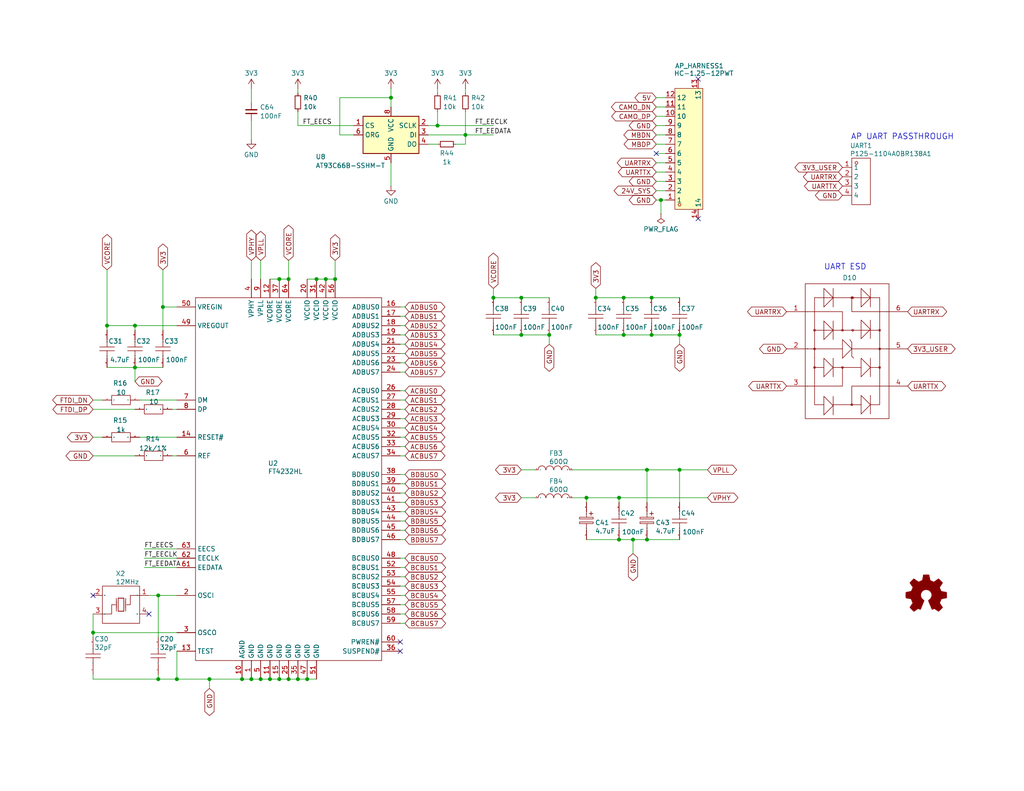
<source format=kicad_sch>
(kicad_sch (version 20231120) (generator "eeschema") (generator_version "8.0")
  (paper "USLetter")
  (title_block (title "X1Plus Expansion Board: X1P-002") (rev "X1P-002-B01"))
  (lib_symbols
    (symbol "4.7uF_1"
      (property "Reference" "C?" (at 0 0 0))
      (symbol "4.7uF_1_1_0"
        (pin unspecified line (at -5.08 0 0) (length 2.54) (name "1") (number "1"))
        (pin unspecified line (at 5.08 0 180) (length 2.54) (name "2") (number "2"))
      )
    )
    (symbol "4.7uF_2"
      (property "Reference" "C?" (at 0 0 0))
      (symbol "4.7uF_2_1_0"
        (pin unspecified line (at -5.08 0 0) (length 2.54) (name "1") (number "1"))
        (pin unspecified line (at 5.08 0 180) (length 2.54) (name "2") (number "2"))
      )
    )
    (symbol "Device:C_Small" (pin_numbers hide) (pin_names (offset 0.254) hide)
      (property "Reference" "C" (at 0.254 1.778 0))
      (property "Value" "C_Small" (at 0.254 -2.032 0))
      (symbol "C_Small_1_1"
        (pin passive line (at 0 2.54 270) (length 2.032) (name "~") (number "1"))
        (pin passive line (at 0 -2.54 90) (length 2.032) (name "~") (number "2"))
      )
    )
    (symbol "Device:R_Small" (pin_numbers hide) (pin_names (offset 0.254) hide)
      (property "Reference" "R" (at 0.762 0.508 0))
      (property "Value" "R_Small" (at 0.762 -1.016 0))
      (symbol "R_Small_1_1"
        (pin passive line (at 0 2.54 270) (length 0.762) (name "~") (number "1"))
        (pin passive line (at 0 -2.54 90) (length 0.762) (name "~") (number "2"))
      )
    )
    (symbol "Graphic:Logo_Open_Hardware_Small" (in_bom no) (on_board no))
    (symbol "Memory_EEPROM:93CxxA"
      (property "Reference" "U5" (at 2.1941 9.2245 0))
      (property "Value" "M93C86-WMN6TP" (at 2.1941 6.8002 0))
      (symbol "93CxxA_1_1"
        (pin input line (at -10.16 2.54 0) (length 2.54) (name "CS") (number "1"))
        (pin input line (at 10.16 2.54 180) (length 2.54) (name "SCLK") (number "2"))
        (pin input line (at 10.16 0 180) (length 2.54) (name "DI") (number "3"))
        (pin tri_state line (at 10.16 -2.54 180) (length 2.54) (name "DO") (number "4"))
        (pin power_in line (at 0 -7.62 90) (length 2.54) (name "GND") (number "5"))
        (pin input line (at -10.16 0 0) (length 2.54) (name "ORG") (number "6"))
        (pin no_connect line (at -7.62 -2.54 0) (length 2.54) hide (name "NC") (number "7"))
        (pin power_in line (at 0 7.62 270) (length 2.54) (name "VCC") (number "8"))
      )
    )
    (symbol "power:+24V" (power) (pin_numbers hide) (pin_names (offset 0) hide)
      (property "Value" "+24V" (at 0 3.556 0))
      (symbol "+24V_1_1"
        (pin power_in line (at 0 0 90) (length 0) (name "~") (number "1"))
      )
    )
    (symbol "power:GND" (power) (pin_numbers hide) (pin_names (offset 0) hide)
      (property "Value" "GND" (at 0 -3.81 0))
      (symbol "GND_1_1"
        (pin power_in line (at 0 0 270) (length 0) (name "~") (number "1"))
      )
    )
    (symbol "power:PWR_FLAG" (power) (pin_numbers hide) (pin_names (offset 0) hide)
      (property "Value" "PWR_FLAG" (at 0 3.81 0))
      (symbol "PWR_FLAG_0_0"
        (pin power_out line (at 0 0 90) (length 0) (name "~") (number "1"))
      )
    )
    (symbol "x1-expander:10"
      (property "Reference" "R?" (at 0 0 0))
      (symbol "10_1_0"
        (pin unspecified line (at -5.08 0 0) (length 2.54) (name "1") (number "1"))
        (pin unspecified line (at 5.08 0 180) (length 2.54) (name "2") (number "2"))
      )
    )
    (symbol "x1-expander:100nF"
      (property "Reference" "C?" (at 0 0 0))
      (symbol "100nF_1_0"
        (pin unspecified line (at -5.08 0 0) (length 2.54) (name "1") (number "1"))
        (pin unspecified line (at 5.08 0 180) (length 2.54) (name "2") (number "2"))
      )
    )
    (symbol "x1-expander:12MHz"
      (property "Reference" "X?" (at 0 0 0))
      (symbol "12MHz_1_0"
        (pin unspecified line (at -7.62 -2.54 0) (length 2.54) (name "OSC1") (number "1"))
        (pin unspecified line (at 7.62 -2.54 180) (length 2.54) (name "GND") (number "2"))
        (pin unspecified line (at 7.62 2.54 180) (length 2.54) (name "OSC2") (number "3"))
        (pin unspecified line (at -7.62 2.54 0) (length 2.54) (name "GND") (number "4"))
      )
    )
    (symbol "x1-expander:12k/1%"
      (property "Reference" "R?" (at 0 0 0))
      (symbol "12k/1%_1_0"
        (pin unspecified line (at -5.08 0 0) (length 2.54) (name "1") (number "1"))
        (pin unspecified line (at 5.08 0 180) (length 2.54) (name "2") (number "2"))
      )
    )
    (symbol "x1-expander:1k"
      (property "Reference" "R?" (at 0 0 0))
      (symbol "1k_1_0"
        (pin unspecified line (at -5.08 0 0) (length 2.54) (name "1") (number "1"))
        (pin unspecified line (at 5.08 0 180) (length 2.54) (name "2") (number "2"))
      )
    )
    (symbol "x1-expander:30pF"
      (property "Reference" "C?" (at 0 0 0))
      (symbol "30pF_1_0"
        (pin unspecified line (at -5.08 0 0) (length 2.54) (name "1") (number "1"))
        (pin unspecified line (at 5.08 0 180) (length 2.54) (name "2") (number "2"))
      )
    )
    (symbol "x1-expander:4.7uF"
      (property "Reference" "C?" (at 0 0 0))
      (symbol "4.7uF_1_0"
        (pin unspecified line (at -5.08 0 0) (length 2.54) (name "1") (number "1"))
        (pin unspecified line (at 5.08 0 180) (length 2.54) (name "2") (number "2"))
      )
    )
    (symbol "x1-expander:600Ω"
      (property "Reference" "FB?" (at 0 0 0))
      (symbol "600Ω_1_0"
        (pin unspecified line (at -5.08 0 0) (length 0.762) (name "1") (number "1"))
        (pin unspecified line (at 5.08 0 180) (length 0.762) (name "2") (number "2"))
      )
    )
    (symbol "x1-expander:FT2232HL"
      (property "Reference" "U?" (at 0 0 0))
      (symbol "FT2232HL_1_0"
        (pin unspecified line (at -10.16 -54.61 90) (length 5.08) (name "GND") (number "1"))
        (pin unspecified line (at -12.7 -54.61 90) (length 5.08) (name "AGND") (number "10"))
        (pin unspecified line (at -5.08 -54.61 90) (length 5.08) (name "GND") (number "11"))
        (pin unspecified line (at -5.08 54.61 270) (length 5.08) (name "VCORE") (number "12"))
        (pin unspecified line (at -30.48 -46.99 0) (length 5.08) (name "TEST") (number "13"))
        (pin unspecified line (at -30.48 11.43 0) (length 5.08) (name "RESET#") (number "14"))
        (pin unspecified line (at -2.54 -54.61 90) (length 5.08) (name "GND") (number "15"))
        (pin bidirectional line (at 30.48 46.99 180) (length 5.08) (name "ADBUS0") (number "16"))
        (pin bidirectional line (at 30.48 44.45 180) (length 5.08) (name "ADBUS1") (number "17"))
        (pin bidirectional line (at 30.48 41.91 180) (length 5.08) (name "ADBUS2") (number "18"))
        (pin bidirectional line (at 30.48 39.37 180) (length 5.08) (name "ADBUS3") (number "19"))
        (pin unspecified line (at -30.48 -31.75 0) (length 5.08) (name "OSCI") (number "2"))
        (pin unspecified line (at 5.08 54.61 270) (length 5.08) (name "VCCIO") (number "20"))
        (pin bidirectional line (at 30.48 36.83 180) (length 5.08) (name "ADBUS4") (number "21"))
        (pin bidirectional line (at 30.48 34.29 180) (length 5.08) (name "ADBUS5") (number "22"))
        (pin bidirectional line (at 30.48 31.75 180) (length 5.08) (name "ADBUS6") (number "23"))
        (pin bidirectional line (at 30.48 29.21 180) (length 5.08) (name "ADBUS7") (number "24"))
        (pin unspecified line (at 0 -54.61 90) (length 5.08) (name "GND") (number "25"))
        (pin bidirectional line (at 30.48 24.13 180) (length 5.08) (name "ACBUS0") (number "26"))
        (pin bidirectional line (at 30.48 21.59 180) (length 5.08) (name "ACBUS1") (number "27"))
        (pin bidirectional line (at 30.48 19.05 180) (length 5.08) (name "ACBUS2") (number "28"))
        (pin bidirectional line (at 30.48 16.51 180) (length 5.08) (name "ACBUS3") (number "29"))
        (pin output line (at -30.48 -41.91 0) (length 5.08) (name "OSCO") (number "3"))
        (pin bidirectional line (at 30.48 13.97 180) (length 5.08) (name "ACBUS4") (number "30"))
        (pin unspecified line (at 7.62 54.61 270) (length 5.08) (name "VCCIO") (number "31"))
        (pin bidirectional line (at 30.48 11.43 180) (length 5.08) (name "ACBUS5") (number "32"))
        (pin bidirectional line (at 30.48 8.89 180) (length 5.08) (name "ACBUS6") (number "33"))
        (pin bidirectional line (at 30.48 6.35 180) (length 5.08) (name "ACBUS7") (number "34"))
        (pin unspecified line (at 2.54 -54.61 90) (length 5.08) (name "GND") (number "35"))
        (pin output line (at 30.48 -46.99 180) (length 5.08) (name "SUSPEND#") (number "36"))
        (pin unspecified line (at -2.54 54.61 270) (length 5.08) (name "VCORE") (number "37"))
        (pin bidirectional line (at 30.48 1.27 180) (length 5.08) (name "BDBUS0") (number "38"))
        (pin bidirectional line (at 30.48 -1.27 180) (length 5.08) (name "BDBUS1") (number "39"))
        (pin unspecified line (at -10.16 54.61 270) (length 5.08) (name "VPHY") (number "4"))
        (pin bidirectional line (at 30.48 -3.81 180) (length 5.08) (name "BDBUS2") (number "40"))
        (pin bidirectional line (at 30.48 -6.35 180) (length 5.08) (name "BDBUS3") (number "41"))
        (pin unspecified line (at 10.16 54.61 270) (length 5.08) (name "VCCIO") (number "42"))
        (pin bidirectional line (at 30.48 -8.89 180) (length 5.08) (name "BDBUS4") (number "43"))
        (pin bidirectional line (at 30.48 -11.43 180) (length 5.08) (name "BDBUS5") (number "44"))
        (pin bidirectional line (at 30.48 -13.97 180) (length 5.08) (name "BDBUS6") (number "45"))
        (pin bidirectional line (at 30.48 -16.51 180) (length 5.08) (name "BDBUS7") (number "46"))
        (pin unspecified line (at 5.08 -54.61 90) (length 5.08) (name "GND") (number "47"))
        (pin bidirectional line (at 30.48 -21.59 180) (length 5.08) (name "BCBUS0") (number "48"))
        (pin unspecified line (at -30.48 41.91 0) (length 5.08) (name "VREGOUT") (number "49"))
        (pin unspecified line (at -7.62 -54.61 90) (length 5.08) (name "GND") (number "5"))
        (pin unspecified line (at -30.48 46.99 0) (length 5.08) (name "VREGIN") (number "50"))
        (pin unspecified line (at 7.62 -54.61 90) (length 5.08) (name "GND") (number "51"))
        (pin bidirectional line (at 30.48 -24.13 180) (length 5.08) (name "BCBUS1") (number "52"))
        (pin bidirectional line (at 30.48 -26.67 180) (length 5.08) (name "BCBUS2") (number "53"))
        (pin bidirectional line (at 30.48 -29.21 180) (length 5.08) (name "BCBUS3") (number "54"))
        (pin bidirectional line (at 30.48 -31.75 180) (length 5.08) (name "BCBUS4") (number "55"))
        (pin unspecified line (at 12.7 54.61 270) (length 5.08) (name "VCCIO") (number "56"))
        (pin bidirectional line (at 30.48 -34.29 180) (length 5.08) (name "BCBUS5") (number "57"))
        (pin bidirectional line (at 30.48 -36.83 180) (length 5.08) (name "BCBUS6") (number "58"))
        (pin bidirectional line (at 30.48 -39.37 180) (length 5.08) (name "BCBUS7") (number "59"))
        (pin unspecified line (at -30.48 6.35 0) (length 5.08) (name "REF") (number "6"))
        (pin output line (at 30.48 -44.45 180) (length 5.08) (name "PWREN#") (number "60"))
        (pin bidirectional line (at -30.48 -24.13 0) (length 5.08) (name "EEDATA") (number "61"))
        (pin output line (at -30.48 -21.59 0) (length 5.08) (name "EECLK") (number "62"))
        (pin bidirectional line (at -30.48 -19.05 0) (length 5.08) (name "EECS") (number "63"))
        (pin unspecified line (at 0 54.61 270) (length 5.08) (name "VCORE") (number "64"))
        (pin unspecified line (at -30.48 21.59 0) (length 5.08) (name "DM") (number "7"))
        (pin unspecified line (at -30.48 19.05 0) (length 5.08) (name "DP") (number "8"))
        (pin unspecified line (at -7.62 54.61 270) (length 5.08) (name "VPLL") (number "9"))
      )
    )
    (symbol "x1-expander:HC-1.25-12PWT"
      (property "Reference" "CN" (at 0 24.13 0))
      (property "Value" "HC-1.25-12PWT" (at 0 -24.13 0))
      (symbol "HC-1.25-12PWT_0_1"
        (pin unspecified line (at -5.08 13.97 0) (length 2.54) (name "1") (number "1"))
        (pin unspecified line (at -5.08 -8.89 0) (length 2.54) (name "10") (number "10"))
        (pin unspecified line (at -5.08 -11.43 0) (length 2.54) (name "11") (number "11"))
        (pin unspecified line (at -5.08 -13.97 0) (length 2.54) (name "12") (number "12"))
        (pin unspecified line (at 3.81 -19.05 90) (length 2.54) (name "13") (number "13"))
        (pin unspecified line (at 3.81 19.05 270) (length 2.54) (name "14") (number "14"))
        (pin unspecified line (at -5.08 11.43 0) (length 2.54) (name "2") (number "2"))
        (pin unspecified line (at -5.08 8.89 0) (length 2.54) (name "3") (number "3"))
        (pin unspecified line (at -5.08 6.35 0) (length 2.54) (name "4") (number "4"))
        (pin unspecified line (at -5.08 3.81 0) (length 2.54) (name "5") (number "5"))
        (pin unspecified line (at -5.08 1.27 0) (length 2.54) (name "6") (number "6"))
        (pin unspecified line (at -5.08 -1.27 0) (length 2.54) (name "7") (number "7"))
        (pin unspecified line (at -5.08 -3.81 0) (length 2.54) (name "8") (number "8"))
        (pin unspecified line (at -5.08 -6.35 0) (length 2.54) (name "9") (number "9"))
      )
    )
    (symbol "x1-expander:P125-1104A0BR138A1"
      (property "Reference" "UART?" (at 0 0 0))
      (symbol "P125-1104A0BR138A1_1_0"
        (pin unspecified line (at -5.08 3.81 0) (length 2.54) (name "1") (number "1"))
        (pin unspecified line (at -5.08 1.27 0) (length 2.54) (name "2") (number "2"))
        (pin unspecified line (at -5.08 -1.27 0) (length 2.54) (name "3") (number "3"))
        (pin unspecified line (at -5.08 -3.81 0) (length 2.54) (name "4") (number "4"))
      )
    )
    (symbol "x1-expander:SRV05-4.TCT_C2687126"
      (property "Reference" "D?" (at 0 0 0))
      (symbol "SRV05-4.TCT_C2687126_1_0"
        (pin input line (at -10.16 -16.51 90) (length 5.08) (name "1") (number "1"))
        (pin input line (at 0 -16.51 90) (length 5.08) (name "2") (number "2"))
        (pin input line (at 10.16 -16.51 90) (length 5.08) (name "3") (number "3"))
        (pin input line (at 10.16 16.51 270) (length 5.08) (name "4") (number "4"))
        (pin input line (at 0 16.51 270) (length 5.08) (name "5") (number "5"))
        (pin input line (at -10.16 16.51 270) (length 5.08) (name "6") (number "6"))
      )
    )
  )
  (junction (at 73.66 185.42))
  (junction (at 78.74 185.42))
  (junction (at 29.21 88.9))
  (junction (at 170.18 81.28))
  (junction (at 78.74 76.2))
  (junction (at 168.91 147.32))
  (junction (at 168.91 135.89))
  (junction (at 88.9 76.2))
  (junction (at 176.53 128.27))
  (junction (at 68.58 185.42))
  (junction (at 172.72 147.32))
  (junction (at 36.83 88.9))
  (junction (at 81.28 185.42))
  (junction (at 57.15 185.42))
  (junction (at 177.8 91.44))
  (junction (at 170.18 91.44))
  (junction (at 106.68 26.67))
  (junction (at 185.42 128.27))
  (junction (at 44.45 83.82))
  (junction (at 176.53 147.32))
  (junction (at 66.04 185.42))
  (junction (at 134.62 81.28))
  (junction (at 185.42 91.44))
  (junction (at 48.26 185.42))
  (junction (at 83.82 185.42))
  (junction (at 119.38 34.29))
  (junction (at 180.34 54.61))
  (junction (at 25.4 172.72))
  (junction (at 91.44 76.2))
  (junction (at 162.56 81.28))
  (junction (at 177.8 81.28))
  (junction (at 142.24 81.28))
  (junction (at 142.24 91.44))
  (junction (at 86.36 76.2))
  (junction (at 149.86 91.44))
  (junction (at 36.83 100.33))
  (junction (at 71.12 185.42))
  (junction (at 43.18 162.56))
  (junction (at 160.02 135.89))
  (junction (at 76.2 76.2))
  (junction (at 43.18 185.42))
  (junction (at 76.2 185.42))
  (junction (at 127 36.83))
  (no_connect (at 190.5 21.59))
  (no_connect (at 109.22 177.8))
  (no_connect (at 179.07 41.91))
  (no_connect (at 109.22 175.26))
  (no_connect (at 25.4 162.56))
  (no_connect (at 40.64 167.64))
  (no_connect (at 190.5 59.69))
  (wire (pts (xy 185.42 137.16) (xy 185.42 128.27)))
  (wire (pts (xy 185.42 93.98) (xy 185.42 91.44)))
  (wire (pts (xy 127 30.48) (xy 127 36.83)))
  (wire (pts (xy 88.9 76.2) (xy 86.36 76.2)))
  (wire (pts (xy 68.58 76.2) (xy 68.58 71.12)))
  (wire (pts (xy 110.49 154.94) (xy 109.22 154.94)))
  (wire (pts (xy 181.61 29.21) (xy 179.07 29.21)))
  (wire (pts (xy 25.4 111.76) (xy 36.83 111.76)))
  (wire (pts (xy 181.61 54.61) (xy 180.34 54.61)))
  (wire (pts (xy 25.4 167.64) (xy 25.4 172.72)))
  (wire (pts (xy 68.58 33.02) (xy 68.58 38.1)))
  (wire (pts (xy 44.45 100.33) (xy 36.83 100.33)))
  (wire (pts (xy 168.91 137.16) (xy 168.91 135.89)))
  (wire (pts (xy 81.28 30.48) (xy 81.28 34.29)))
  (wire (pts (xy 91.44 71.12) (xy 91.44 76.2)))
  (wire (pts (xy 134.62 81.28) (xy 142.24 81.28)))
  (wire (pts (xy 29.21 90.17) (xy 29.21 88.9)))
  (wire (pts (xy 110.49 134.62) (xy 109.22 134.62)))
  (wire (pts (xy 39.37 149.86) (xy 48.26 149.86)))
  (wire (pts (xy 119.38 30.48) (xy 119.38 34.29)))
  (wire (pts (xy 110.49 121.92) (xy 109.22 121.92)))
  (wire (pts (xy 149.86 91.44) (xy 142.24 91.44)))
  (wire (pts (xy 160.02 147.32) (xy 168.91 147.32)))
  (wire (pts (xy 177.8 91.44) (xy 170.18 91.44)))
  (wire (pts (xy 110.49 165.1) (xy 109.22 165.1)))
  (wire (pts (xy 180.34 54.61) (xy 180.34 58.42)))
  (wire (pts (xy 71.12 185.42) (xy 73.66 185.42)))
  (wire (pts (xy 38.1 109.22) (xy 48.26 109.22)))
  (wire (pts (xy 71.12 76.2) (xy 71.12 71.12)))
  (wire (pts (xy 168.91 147.32) (xy 172.72 147.32)))
  (wire (pts (xy 68.58 24.13) (xy 68.58 27.94)))
  (wire (pts (xy 149.86 93.98) (xy 149.86 91.44)))
  (wire (pts (xy 156.21 128.27) (xy 176.53 128.27)))
  (wire (pts (xy 124.46 39.37) (xy 127 39.37)))
  (wire (pts (xy 83.82 185.42) (xy 86.36 185.42)))
  (wire (pts (xy 81.28 185.42) (xy 83.82 185.42)))
  (wire (pts (xy 36.83 104.14) (xy 36.83 100.33)))
  (wire (pts (xy 181.61 31.75) (xy 179.07 31.75)))
  (wire (pts (xy 86.36 76.2) (xy 83.82 76.2)))
  (wire (pts (xy 106.68 44.45) (xy 106.68 50.8)))
  (wire (pts (xy 110.49 160.02) (xy 109.22 160.02)))
  (wire (pts (xy 177.8 81.28) (xy 170.18 81.28)))
  (wire (pts (xy 48.26 154.94) (xy 39.37 154.94)))
  (wire (pts (xy 127 36.83) (xy 134.62 36.83)))
  (wire (pts (xy 25.4 185.42) (xy 43.18 185.42)))
  (wire (pts (xy 96.52 34.29) (xy 81.28 34.29)))
  (wire (pts (xy 193.04 135.89) (xy 168.91 135.89)))
  (wire (pts (xy 172.72 151.13) (xy 172.72 147.32)))
  (wire (pts (xy 110.49 142.24) (xy 109.22 142.24)))
  (wire (pts (xy 116.84 36.83) (xy 127 36.83)))
  (wire (pts (xy 181.61 41.91) (xy 179.07 41.91)))
  (wire (pts (xy 68.58 185.42) (xy 71.12 185.42)))
  (wire (pts (xy 106.68 26.67) (xy 106.68 29.21)))
  (wire (pts (xy 110.49 109.22) (xy 109.22 109.22)))
  (wire (pts (xy 78.74 76.2) (xy 76.2 76.2)))
  (wire (pts (xy 25.4 124.46) (xy 36.83 124.46)))
  (wire (pts (xy 119.38 24.13) (xy 119.38 25.4)))
  (wire (pts (xy 43.18 185.42) (xy 48.26 185.42)))
  (wire (pts (xy 181.61 34.29) (xy 179.07 34.29)))
  (wire (pts (xy 110.49 93.98) (xy 109.22 93.98)))
  (wire (pts (xy 76.2 185.42) (xy 78.74 185.42)))
  (wire (pts (xy 179.07 52.07) (xy 181.61 52.07)))
  (wire (pts (xy 91.44 76.2) (xy 88.9 76.2)))
  (wire (pts (xy 181.61 26.67) (xy 179.07 26.67)))
  (wire (pts (xy 48.26 88.9) (xy 36.83 88.9)))
  (wire (pts (xy 110.49 162.56) (xy 109.22 162.56)))
  (wire (pts (xy 170.18 91.44) (xy 162.56 91.44)))
  (wire (pts (xy 48.26 162.56) (xy 43.18 162.56)))
  (wire (pts (xy 110.49 170.18) (xy 109.22 170.18)))
  (wire (pts (xy 66.04 185.42) (xy 68.58 185.42)))
  (wire (pts (xy 181.61 49.53) (xy 179.07 49.53)))
  (wire (pts (xy 110.49 137.16) (xy 109.22 137.16)))
  (wire (pts (xy 110.49 124.46) (xy 109.22 124.46)))
  (wire (pts (xy 25.4 172.72) (xy 48.26 172.72)))
  (wire (pts (xy 25.4 184.15) (xy 25.4 185.42)))
  (wire (pts (xy 127 24.13) (xy 127 25.4)))
  (wire (pts (xy 110.49 106.68) (xy 109.22 106.68)))
  (wire (pts (xy 110.49 91.44) (xy 109.22 91.44)))
  (wire (pts (xy 57.15 185.42) (xy 66.04 185.42)))
  (wire (pts (xy 29.21 73.66) (xy 29.21 88.9)))
  (wire (pts (xy 134.62 78.74) (xy 134.62 81.28)))
  (wire (pts (xy 146.05 135.89) (xy 142.24 135.89)))
  (wire (pts (xy 44.45 90.17) (xy 44.45 83.82)))
  (wire (pts (xy 92.71 36.83) (xy 92.71 26.67)))
  (wire (pts (xy 168.91 135.89) (xy 160.02 135.89)))
  (wire (pts (xy 142.24 128.27) (xy 146.05 128.27)))
  (wire (pts (xy 48.26 177.8) (xy 48.26 185.42)))
  (wire (pts (xy 43.18 173.99) (xy 43.18 162.56)))
  (wire (pts (xy 176.53 137.16) (xy 176.53 128.27)))
  (wire (pts (xy 43.18 162.56) (xy 40.64 162.56)))
  (wire (pts (xy 176.53 147.32) (xy 185.42 147.32)))
  (wire (pts (xy 43.18 184.15) (xy 43.18 185.42)))
  (wire (pts (xy 110.49 111.76) (xy 109.22 111.76)))
  (wire (pts (xy 25.4 109.22) (xy 27.94 109.22)))
  (wire (pts (xy 96.52 36.83) (xy 92.71 36.83)))
  (wire (pts (xy 110.49 99.06) (xy 109.22 99.06)))
  (wire (pts (xy 185.42 128.27) (xy 193.04 128.27)))
  (wire (pts (xy 57.15 187.96) (xy 57.15 185.42)))
  (wire (pts (xy 81.28 24.13) (xy 81.28 25.4)))
  (wire (pts (xy 181.61 39.37) (xy 179.07 39.37)))
  (wire (pts (xy 106.68 24.13) (xy 106.68 26.67)))
  (wire (pts (xy 176.53 128.27) (xy 185.42 128.27)))
  (wire (pts (xy 119.38 34.29) (xy 134.62 34.29)))
  (wire (pts (xy 25.4 119.38) (xy 27.94 119.38)))
  (wire (pts (xy 110.49 147.32) (xy 109.22 147.32)))
  (wire (pts (xy 46.99 124.46) (xy 48.26 124.46)))
  (wire (pts (xy 110.49 152.4) (xy 109.22 152.4)))
  (wire (pts (xy 172.72 147.32) (xy 176.53 147.32)))
  (wire (pts (xy 25.4 173.99) (xy 25.4 172.72)))
  (wire (pts (xy 110.49 129.54) (xy 109.22 129.54)))
  (wire (pts (xy 36.83 88.9) (xy 36.83 90.17)))
  (wire (pts (xy 156.21 135.89) (xy 160.02 135.89)))
  (wire (pts (xy 29.21 88.9) (xy 36.83 88.9)))
  (wire (pts (xy 44.45 73.66) (xy 44.45 83.82)))
  (wire (pts (xy 38.1 119.38) (xy 48.26 119.38)))
  (wire (pts (xy 181.61 36.83) (xy 179.07 36.83)))
  (wire (pts (xy 110.49 139.7) (xy 109.22 139.7)))
  (wire (pts (xy 73.66 185.42) (xy 76.2 185.42)))
  (wire (pts (xy 110.49 157.48) (xy 109.22 157.48)))
  (wire (pts (xy 185.42 91.44) (xy 177.8 91.44)))
  (wire (pts (xy 185.42 81.28) (xy 177.8 81.28)))
  (wire (pts (xy 110.49 114.3) (xy 109.22 114.3)))
  (wire (pts (xy 110.49 119.38) (xy 109.22 119.38)))
  (wire (pts (xy 116.84 39.37) (xy 119.38 39.37)))
  (wire (pts (xy 110.49 116.84) (xy 109.22 116.84)))
  (wire (pts (xy 48.26 185.42) (xy 57.15 185.42)))
  (wire (pts (xy 110.49 132.08) (xy 109.22 132.08)))
  (wire (pts (xy 76.2 76.2) (xy 73.66 76.2)))
  (wire (pts (xy 39.37 152.4) (xy 48.26 152.4)))
  (wire (pts (xy 110.49 88.9) (xy 109.22 88.9)))
  (wire (pts (xy 170.18 81.28) (xy 162.56 81.28)))
  (wire (pts (xy 116.84 34.29) (xy 119.38 34.29)))
  (wire (pts (xy 142.24 91.44) (xy 134.62 91.44)))
  (wire (pts (xy 127 39.37) (xy 127 36.83)))
  (wire (pts (xy 36.83 100.33) (xy 29.21 100.33)))
  (wire (pts (xy 160.02 135.89) (xy 160.02 137.16)))
  (wire (pts (xy 44.45 83.82) (xy 48.26 83.82)))
  (wire (pts (xy 110.49 96.52) (xy 109.22 96.52)))
  (wire (pts (xy 181.61 44.45) (xy 179.07 44.45)))
  (wire (pts (xy 142.24 81.28) (xy 149.86 81.28)))
  (wire (pts (xy 110.49 101.6) (xy 109.22 101.6)))
  (wire (pts (xy 110.49 86.36) (xy 109.22 86.36)))
  (wire (pts (xy 162.56 81.28) (xy 162.56 78.74)))
  (wire (pts (xy 92.71 26.67) (xy 106.68 26.67)))
  (wire (pts (xy 110.49 167.64) (xy 109.22 167.64)))
  (wire (pts (xy 180.34 54.61) (xy 179.07 54.61)))
  (wire (pts (xy 110.49 83.82) (xy 109.22 83.82)))
  (wire (pts (xy 78.74 71.12) (xy 78.74 76.2)))
  (wire (pts (xy 46.99 111.76) (xy 48.26 111.76)))
  (wire (pts (xy 181.61 46.99) (xy 179.07 46.99)))
  (wire (pts (xy 78.74 185.42) (xy 81.28 185.42)))
  (wire (pts (xy 110.49 144.78) (xy 109.22 144.78)))
  (text "UART ESD" (at 224.79 73.914 0) (effects (font (size 1.5748 1.5748)) (justify left bottom)))
  (text "AP UART PASSTHROUGH" (at 232.156 38.354 0) (effects (font (size 1.5748 1.5748)) (justify left bottom)))
  (label "FT_EEDATA" (at 129.54 36.83 0))
  (label "FT_EECS" (at 82.55 34.29 0))
  (label "FT_EEDATA" (at 39.37 154.94 0))
  (label "FT_EECLK" (at 129.54 34.29 0))
  (label "FT_EECS" (at 39.37 149.86 0))
  (label "FT_EECLK" (at 39.37 152.4 0))
  (global_label "ADBUS7" (shape bidirectional) (at 110.49 101.6 0) (property "Intersheetrefs" "${INTERSHEET_REFS}" (effects (hide yes))))
  (global_label "BDBUS4" (shape bidirectional) (at 110.49 139.7 0) (property "Intersheetrefs" "${INTERSHEET_REFS}" (effects (hide yes))))
  (global_label "FTDI_DP" (shape bidirectional) (at 25.4 111.76 180) (property "Intersheetrefs" "${INTERSHEET_REFS}" (effects (hide yes))))
  (global_label "3V3_USER" (shape bidirectional) (at 247.65 95.25 0) (property "Intersheetrefs" "${INTERSHEET_REFS}" (effects (hide yes))))
  (global_label "UARTTX" (shape bidirectional) (at 229.87 50.8 180) (property "Intersheetrefs" "${INTERSHEET_REFS}" (effects (hide yes))))
  (global_label "24V_SYS" (shape bidirectional) (at 179.07 52.07 180) (property "Intersheetrefs" "${INTERSHEET_REFS}" (effects (hide yes))))
  (global_label "ACBUS4" (shape bidirectional) (at 110.49 116.84 0) (property "Intersheetrefs" "${INTERSHEET_REFS}" (effects (hide yes))))
  (global_label "ADBUS3" (shape bidirectional) (at 110.49 91.44 0) (property "Intersheetrefs" "${INTERSHEET_REFS}" (effects (hide yes))))
  (global_label "BDBUS3" (shape bidirectional) (at 110.49 137.16 0) (property "Intersheetrefs" "${INTERSHEET_REFS}" (effects (hide yes))))
  (global_label "BCBUS7" (shape bidirectional) (at 110.49 170.18 0) (property "Intersheetrefs" "${INTERSHEET_REFS}" (effects (hide yes))))
  (global_label "ACBUS1" (shape bidirectional) (at 110.49 109.22 0) (property "Intersheetrefs" "${INTERSHEET_REFS}" (effects (hide yes))))
  (global_label "ACBUS7" (shape bidirectional) (at 110.49 124.46 0) (property "Intersheetrefs" "${INTERSHEET_REFS}" (effects (hide yes))))
  (global_label "UARTTX" (shape bidirectional) (at 179.07 46.99 180) (property "Intersheetrefs" "${INTERSHEET_REFS}" (effects (hide yes))))
  (global_label "VPLL" (shape bidirectional) (at 193.04 128.27 0) (property "Intersheetrefs" "${INTERSHEET_REFS}" (effects (hide yes))))
  (global_label "3V3_USER" (shape bidirectional) (at 229.87 45.72 180) (property "Intersheetrefs" "${INTERSHEET_REFS}" (effects (hide yes))))
  (global_label "ADBUS6" (shape bidirectional) (at 110.49 99.06 0) (property "Intersheetrefs" "${INTERSHEET_REFS}" (effects (hide yes))))
  (global_label "GND" (shape bidirectional) (at 149.86 93.98 270) (property "Intersheetrefs" "${INTERSHEET_REFS}" (effects (hide yes))))
  (global_label "GND" (shape bidirectional) (at 172.72 151.13 270) (property "Intersheetrefs" "${INTERSHEET_REFS}" (effects (hide yes))))
  (global_label "3V3" (shape bidirectional) (at 25.4 119.38 180) (property "Intersheetrefs" "${INTERSHEET_REFS}" (effects (hide yes))))
  (global_label "ADBUS1" (shape bidirectional) (at 110.49 86.36 0) (property "Intersheetrefs" "${INTERSHEET_REFS}" (effects (hide yes))))
  (global_label "5V" (shape bidirectional) (at 179.07 26.67 180) (property "Intersheetrefs" "${INTERSHEET_REFS}" (effects (hide yes))))
  (global_label "GND" (shape bidirectional) (at 179.07 34.29 180) (property "Intersheetrefs" "${INTERSHEET_REFS}" (effects (hide yes))))
  (global_label "UARTRX" (shape bidirectional) (at 214.63 85.09 180) (property "Intersheetrefs" "${INTERSHEET_REFS}" (effects (hide yes))))
  (global_label "MBDN" (shape bidirectional) (at 179.07 36.83 180) (property "Intersheetrefs" "${INTERSHEET_REFS}" (effects (hide yes))))
  (global_label "GND" (shape bidirectional) (at 179.07 54.61 180) (property "Intersheetrefs" "${INTERSHEET_REFS}" (effects (hide yes))))
  (global_label "GND" (shape bidirectional) (at 214.63 95.25 180) (property "Intersheetrefs" "${INTERSHEET_REFS}" (effects (hide yes))))
  (global_label "VPHY" (shape bidirectional) (at 68.58 71.12 90) (property "Intersheetrefs" "${INTERSHEET_REFS}" (effects (hide yes))))
  (global_label "BDBUS5" (shape bidirectional) (at 110.49 142.24 0) (property "Intersheetrefs" "${INTERSHEET_REFS}" (effects (hide yes))))
  (global_label "CAMO_DP" (shape bidirectional) (at 179.07 31.75 180) (property "Intersheetrefs" "${INTERSHEET_REFS}" (effects (hide yes))))
  (global_label "3V3" (shape bidirectional) (at 91.44 71.12 90) (property "Intersheetrefs" "${INTERSHEET_REFS}" (effects (hide yes))))
  (global_label "BCBUS4" (shape bidirectional) (at 110.49 162.56 0) (property "Intersheetrefs" "${INTERSHEET_REFS}" (effects (hide yes))))
  (global_label "GND" (shape bidirectional) (at 179.07 49.53 180) (property "Intersheetrefs" "${INTERSHEET_REFS}" (effects (hide yes))))
  (global_label "BCBUS5" (shape bidirectional) (at 110.49 165.1 0) (property "Intersheetrefs" "${INTERSHEET_REFS}" (effects (hide yes))))
  (global_label "VCORE" (shape bidirectional) (at 134.62 78.74 90) (property "Intersheetrefs" "${INTERSHEET_REFS}" (effects (hide yes))))
  (global_label "VPLL" (shape bidirectional) (at 71.12 71.12 90) (property "Intersheetrefs" "${INTERSHEET_REFS}" (effects (hide yes))))
  (global_label "GND" (shape bidirectional) (at 57.15 187.96 270) (property "Intersheetrefs" "${INTERSHEET_REFS}" (effects (hide yes))))
  (global_label "ACBUS5" (shape bidirectional) (at 110.49 119.38 0) (property "Intersheetrefs" "${INTERSHEET_REFS}" (effects (hide yes))))
  (global_label "BDBUS7" (shape bidirectional) (at 110.49 147.32 0) (property "Intersheetrefs" "${INTERSHEET_REFS}" (effects (hide yes))))
  (global_label "UARTTX" (shape bidirectional) (at 247.65 105.41 0) (property "Intersheetrefs" "${INTERSHEET_REFS}" (effects (hide yes))))
  (global_label "CAMO_DN" (shape bidirectional) (at 179.07 29.21 180) (property "Intersheetrefs" "${INTERSHEET_REFS}" (effects (hide yes))))
  (global_label "MBDP" (shape bidirectional) (at 179.07 39.37 180) (property "Intersheetrefs" "${INTERSHEET_REFS}" (effects (hide yes))))
  (global_label "GND" (shape bidirectional) (at 185.42 93.98 270) (property "Intersheetrefs" "${INTERSHEET_REFS}" (effects (hide yes))))
  (global_label "BDBUS2" (shape bidirectional) (at 110.49 134.62 0) (property "Intersheetrefs" "${INTERSHEET_REFS}" (effects (hide yes))))
  (global_label "3V3" (shape bidirectional) (at 44.45 73.66 90) (property "Intersheetrefs" "${INTERSHEET_REFS}" (effects (hide yes))))
  (global_label "BCBUS3" (shape bidirectional) (at 110.49 160.02 0) (property "Intersheetrefs" "${INTERSHEET_REFS}" (effects (hide yes))))
  (global_label "ACBUS6" (shape bidirectional) (at 110.49 121.92 0) (property "Intersheetrefs" "${INTERSHEET_REFS}" (effects (hide yes))))
  (global_label "VCORE" (shape bidirectional) (at 78.74 71.12 90) (property "Intersheetrefs" "${INTERSHEET_REFS}" (effects (hide yes))))
  (global_label "ADBUS0" (shape bidirectional) (at 110.49 83.82 0) (property "Intersheetrefs" "${INTERSHEET_REFS}" (effects (hide yes))))
  (global_label "GND" (shape bidirectional) (at 229.87 53.34 180) (property "Intersheetrefs" "${INTERSHEET_REFS}" (effects (hide yes))))
  (global_label "VCORE" (shape bidirectional) (at 29.21 73.66 90) (property "Intersheetrefs" "${INTERSHEET_REFS}" (effects (hide yes))))
  (global_label "ADBUS2" (shape bidirectional) (at 110.49 88.9 0) (property "Intersheetrefs" "${INTERSHEET_REFS}" (effects (hide yes))))
  (global_label "BCBUS6" (shape bidirectional) (at 110.49 167.64 0) (property "Intersheetrefs" "${INTERSHEET_REFS}" (effects (hide yes))))
  (global_label "UARTRX" (shape bidirectional) (at 229.87 48.26 180) (property "Intersheetrefs" "${INTERSHEET_REFS}" (effects (hide yes))))
  (global_label "ADBUS4" (shape bidirectional) (at 110.49 93.98 0) (property "Intersheetrefs" "${INTERSHEET_REFS}" (effects (hide yes))))
  (global_label "3V3" (shape bidirectional) (at 162.56 78.74 90) (property "Intersheetrefs" "${INTERSHEET_REFS}" (effects (hide yes))))
  (global_label "VPHY" (shape bidirectional) (at 193.04 135.89 0) (property "Intersheetrefs" "${INTERSHEET_REFS}" (effects (hide yes))))
  (global_label "BCBUS1" (shape bidirectional) (at 110.49 154.94 0) (property "Intersheetrefs" "${INTERSHEET_REFS}" (effects (hide yes))))
  (global_label "UARTRX" (shape bidirectional) (at 179.07 44.45 180) (property "Intersheetrefs" "${INTERSHEET_REFS}" (effects (hide yes))))
  (global_label "BDBUS0" (shape bidirectional) (at 110.49 129.54 0) (property "Intersheetrefs" "${INTERSHEET_REFS}" (effects (hide yes))))
  (global_label "UARTRX" (shape bidirectional) (at 247.65 85.09 0) (property "Intersheetrefs" "${INTERSHEET_REFS}" (effects (hide yes))))
  (global_label "BDBUS6" (shape bidirectional) (at 110.49 144.78 0) (property "Intersheetrefs" "${INTERSHEET_REFS}" (effects (hide yes))))
  (global_label "3V3" (shape bidirectional) (at 142.24 135.89 180) (property "Intersheetrefs" "${INTERSHEET_REFS}" (effects (hide yes))))
  (global_label "ACBUS2" (shape bidirectional) (at 110.49 111.76 0) (property "Intersheetrefs" "${INTERSHEET_REFS}" (effects (hide yes))))
  (global_label "GND" (shape bidirectional) (at 36.83 104.14 0) (property "Intersheetrefs" "${INTERSHEET_REFS}" (effects (hide yes))))
  (global_label "3V3" (shape bidirectional) (at 142.24 128.27 180) (property "Intersheetrefs" "${INTERSHEET_REFS}" (effects (hide yes))))
  (global_label "ACBUS3" (shape bidirectional) (at 110.49 114.3 0) (property "Intersheetrefs" "${INTERSHEET_REFS}" (effects (hide yes))))
  (global_label "ACBUS0" (shape bidirectional) (at 110.49 106.68 0) (property "Intersheetrefs" "${INTERSHEET_REFS}" (effects (hide yes))))
  (global_label "BDBUS1" (shape bidirectional) (at 110.49 132.08 0) (property "Intersheetrefs" "${INTERSHEET_REFS}" (effects (hide yes))))
  (global_label "ADBUS5" (shape bidirectional) (at 110.49 96.52 0) (property "Intersheetrefs" "${INTERSHEET_REFS}" (effects (hide yes))))
  (global_label "UARTTX" (shape bidirectional) (at 214.63 105.41 180) (property "Intersheetrefs" "${INTERSHEET_REFS}" (effects (hide yes))))
  (global_label "BCBUS2" (shape bidirectional) (at 110.49 157.48 0) (property "Intersheetrefs" "${INTERSHEET_REFS}" (effects (hide yes))))
  (global_label "FTDI_DN" (shape bidirectional) (at 25.4 109.22 180) (property "Intersheetrefs" "${INTERSHEET_REFS}" (effects (hide yes))))
  (global_label "BCBUS0" (shape bidirectional) (at 110.49 152.4 0) (property "Intersheetrefs" "${INTERSHEET_REFS}" (effects (hide yes))))
  (global_label "GND" (shape bidirectional) (at 25.4 124.46 180) (property "Intersheetrefs" "${INTERSHEET_REFS}" (effects (hide yes))))
  (symbol (lib_id "power:+24V") (at 81.28 24.13 0) (unit 1)
    (property "Reference" "#PWR047" (effects (hide yes)))
    (property "Value" "3V3" (at 81.28 19.9969 0))
    (property "Description" "Power symbol creates a global label with name \"+24V\"" (effects (hide yes)))
  )
  (symbol (lib_id "x1-expander:100nF") (at 44.45 95.25 90) (unit 1)
    (property "Reference" "C33" (at 44.8056 93.8784 90) (effects (justify right top)))
    (property "Value" "100nF" (at 45.212 98.9584 90) (effects (justify right top)))
    (property "Footprint" "Capacitor_SMD:C_0402_1005Metric" (effects (hide yes)))
    (property "Add into BOM" "yes" (effects (hide yes)))
    (property "Convert to PCB" "yes" (effects (hide yes)))
    (property "Origin Footprint" "C0805" (effects (hide yes)))
    (property "LCSC" "C1525" (effects (hide yes)))
  )
  (symbol (lib_id "Device:C_Small") (at 68.58 30.48 180) (unit 1)
    (property "Reference" "C64" (at 70.9041 29.2614 0) (effects (justify right)))
    (property "Value" "100nF" (at 70.9041 31.6857 0) (effects (justify right)))
    (property "Footprint" "Capacitor_SMD:C_0402_1005Metric" (effects (hide yes)))
    (property "Description" "Unpolarized capacitor, small symbol" (effects (hide yes)))
    (property "Add into BOM" "yes" (effects (hide yes)))
    (property "Convert to PCB" "yes" (effects (hide yes)))
    (property "JLCPCB Part Class" "Basic Part" (effects (hide yes)))
    (property "Manufacturer" "SAMSUNG(三星)" (effects (hide yes)))
    (property "Manufacturer Part" "CL05B104KO5NNNC" (effects (hide yes)))
    (property "Origin Footprint" "C0402" (effects (hide yes)))
    (property "LCSC" "C1525" (effects (hide yes)))
  )
  (symbol (lib_name "4.7uF_2") (lib_id "x1-expander:4.7uF") (at 160.02 142.24 270) (unit 1)
    (property "Reference" "C41" (at 162.3568 143.4338 90) (effects (justify left bottom)))
    (property "Value" "4.7uF" (at 162.3568 145.7198 90) (effects (justify left bottom)))
    (property "Footprint" "Capacitor_SMD:C_0603_1608Metric" (effects (hide yes)))
    (property "Add into BOM" "yes" (effects (hide yes)))
    (property "Convert to PCB" "yes" (effects (hide yes)))
    (property "Origin Footprint" "CASE-A_3216" (effects (hide yes)))
    (property "LCSC" "C1705" (effects (hide yes)))
  )
  (symbol (lib_id "x1-expander:SRV05-4.TCT_C2687126") (at 231.14 95.25 270) (unit 1)
    (property "Reference" "D10" (at 229.87 76.5556 90) (effects (justify left bottom)))
    (property "Value" "SRV05-4.TCT_C2687126" (effects (hide yes)))
    (property "Footprint" "x1-expander:SOT-23-6_L2.9-W1.6-P0.95-LS2.8-BL" (effects (hide yes)))
    (property "Add into BOM" "yes" (effects (hide yes)))
    (property "Convert to PCB" "yes" (effects (hide yes)))
    (property "JLCPCB Part Class" "Extended Part" (effects (hide yes)))
    (property "Manufacturer" "UMW(友台半导体)" (effects (hide yes)))
    (property "Manufacturer Part" "SRV05-4.TCT" (effects (hide yes)))
    (property "Origin Footprint" "SOT-23-6_L2.9-W1.6-P0.95-LS2.8-BL" (effects (hide yes)))
    (property "Supplier" "LCSC" (effects (hide yes)))
    (property "Supplier Part" "C2687126" (effects (hide yes)))
    (property "LCSC" "C2687126" (effects (hide yes)))
  )
  (symbol (lib_id "x1-expander:HC-1.25-12PWT") (at 186.69 40.64 0) (mirror x) (unit 1)
    (property "Reference" "AP_HARNESS1" (at 184.15 17.272 0) (effects (justify left bottom)))
    (property "Value" "HC-1.25-12PWT" (at 183.896 19.304 0) (effects (justify left bottom)))
    (property "Footprint" "x1-expander:CONN-SMD_12P-P1.25_HCTL_HC-1.25-12PWT" (effects (hide yes)))
    (property "Add into BOM" "yes" (effects (hide yes)))
    (property "Convert to PCB" "yes" (effects (hide yes)))
    (property "JLCPCB Part Class" "Extended Part" (effects (hide yes)))
    (property "Manufacturer" "HCTL" (effects (hide yes)))
    (property "Manufacturer Part" "HC-1.25-12PWT" (effects (hide yes)))
    (property "Supplier" "LCSC" (effects (hide yes)))
    (property "Supplier Part" "C2937184" (effects (hide yes)))
    (property "LCSC Part" "C2937184" (effects (hide yes)))
    (property "LCSC" "C2937184" (effects (hide yes)))
  )
  (symbol (lib_id "x1-expander:100nF") (at 185.42 142.24 90) (unit 1)
    (property "Reference" "C44" (at 185.7756 140.8684 90) (effects (justify right top)))
    (property "Value" "100nF" (at 186.182 145.9484 90) (effects (justify right top)))
    (property "Footprint" "Capacitor_SMD:C_0402_1005Metric" (effects (hide yes)))
    (property "Add into BOM" "yes" (effects (hide yes)))
    (property "Convert to PCB" "yes" (effects (hide yes)))
    (property "Origin Footprint" "C0805" (effects (hide yes)))
    (property "LCSC" "C1525" (effects (hide yes)))
  )
  (symbol (lib_id "Device:R_Small") (at 119.38 27.94 180) (unit 1)
    (property "Reference" "R41" (at 120.8786 26.7278 0) (effects (justify right)))
    (property "Value" "10k" (at 120.8786 29.1521 0) (effects (justify right)))
    (property "Footprint" "Resistor_SMD:R_0402_1005Metric" (effects (hide yes)))
    (property "Description" "Resistor, small symbol" (effects (hide yes)))
    (property "LCSC" "C25744" (effects (hide yes)))
  )
  (symbol (lib_id "power:PWR_FLAG") (at 180.34 58.42 180) (unit 1)
    (property "Reference" "#FLG06" (effects (hide yes)))
    (property "Value" "PWR_FLAG" (at 180.34 62.5531 0))
    (property "Description" "Special symbol for telling ERC where power comes from" (effects (hide yes)))
  )
  (symbol (lib_id "Device:R_Small") (at 121.92 39.37 90) (unit 1)
    (property "Reference" "R44" (at 121.92 41.8267 90))
    (property "Value" "1k" (at 121.92 44.251 90))
    (property "Footprint" "Resistor_SMD:R_0603_1608Metric" (effects (hide yes)))
    (property "Description" "Resistor, small symbol" (effects (hide yes)))
    (property "Add into BOM" "yes" (effects (hide yes)))
    (property "Convert to PCB" "yes" (effects (hide yes)))
    (property "Origin Footprint" "R0402" (effects (hide yes)))
    (property "LCSC" "C21190" (effects (hide yes)))
  )
  (symbol (lib_id "Graphic:Logo_Open_Hardware_Small") (at 252.73 162.56 0) (unit 1) (exclude_from_sim yes) (in_bom no)
    (property "Reference" "#SYM1" (effects (hide yes)))
    (property "Value" "Logo_Open_Hardware_Small" (effects (hide yes)))
    (property "Description" "Open Hardware logo, small" (effects (hide yes)))
  )
  (symbol (lib_id "x1-expander:100nF") (at 36.83 95.25 90) (unit 1)
    (property "Reference" "C32" (at 37.1856 93.8784 90) (effects (justify right top)))
    (property "Value" "100nF" (at 37.592 98.9584 90) (effects (justify right top)))
    (property "Footprint" "Capacitor_SMD:C_0402_1005Metric" (effects (hide yes)))
    (property "Add into BOM" "yes" (effects (hide yes)))
    (property "Convert to PCB" "yes" (effects (hide yes)))
    (property "Origin Footprint" "C0805" (effects (hide yes)))
    (property "LCSC" "C1525" (effects (hide yes)))
  )
  (symbol (lib_id "power:GND") (at 106.68 50.8 0) (unit 1)
    (property "Reference" "#PWR045" (effects (hide yes)))
    (property "Value" "GND" (at 106.68 54.9331 0))
    (property "Description" "Power symbol creates a global label with name \"GND\" , ground" (effects (hide yes)))
  )
  (symbol (lib_id "x1-expander:12k/1%") (at 41.91 124.46 180) (unit 1)
    (property "Reference" "R14" (at 39.7256 120.5738 0) (effects (justify right top)))
    (property "Value" "12k/1%" (at 37.9476 123.1138 0) (effects (justify right top)))
    (property "Footprint" "Resistor_SMD:R_0603_1608Metric" (effects (hide yes)))
    (property "Add into BOM" "yes" (effects (hide yes)))
    (property "Convert to PCB" "yes" (effects (hide yes)))
    (property "Origin Footprint" "R0402" (effects (hide yes)))
    (property "LCSC" "C22790" (effects (hide yes)))
  )
  (symbol (lib_id "x1-expander:1k") (at 33.02 119.38 0) (unit 1)
    (property "Reference" "R15" (at 30.8356 115.4938 0) (effects (justify left bottom)))
    (property "Value" "1k" (at 31.75 118.0338 0) (effects (justify left bottom)))
    (property "Footprint" "Resistor_SMD:R_0603_1608Metric" (effects (hide yes)))
    (property "Add into BOM" "yes" (effects (hide yes)))
    (property "Convert to PCB" "yes" (effects (hide yes)))
    (property "Origin Footprint" "R0402" (effects (hide yes)))
    (property "LCSC" "C21190" (effects (hide yes)))
  )
  (symbol (lib_id "power:+24V") (at 119.38 24.13 0) (unit 1)
    (property "Reference" "#PWR050" (effects (hide yes)))
    (property "Value" "3V3" (at 119.38 19.9969 0))
    (property "Description" "Power symbol creates a global label with name \"+24V\"" (effects (hide yes)))
  )
  (symbol (lib_name "4.7uF_1") (lib_id "x1-expander:4.7uF") (at 176.53 142.24 270) (unit 1)
    (property "Reference" "C43" (at 178.8668 143.4338 90) (effects (justify left bottom)))
    (property "Value" "4.7uF" (at 178.8668 145.7198 90) (effects (justify left bottom)))
    (property "Footprint" "Capacitor_SMD:C_0603_1608Metric" (effects (hide yes)))
    (property "Add into BOM" "yes" (effects (hide yes)))
    (property "Convert to PCB" "yes" (effects (hide yes)))
    (property "Origin Footprint" "CASE-A_3216" (effects (hide yes)))
    (property "LCSC" "C1705" (effects (hide yes)))
  )
  (symbol (lib_id "x1-expander:600Ω") (at 151.13 135.89 0) (unit 1)
    (property "Reference" "FB4" (at 149.8092 132.1054 0) (effects (justify left bottom)))
    (property "Value" "600Ω" (at 149.8092 134.3914 0) (effects (justify left bottom)))
    (property "Footprint" "Inductor_SMD:L_0805_2012Metric" (effects (hide yes)))
    (property "Add into BOM" "yes" (effects (hide yes)))
    (property "Convert to PCB" "yes" (effects (hide yes)))
    (property "JLCPCB Part Class" "Basic Part" (effects (hide yes)))
    (property "Manufacturer" "Sunlord(顺络)" (effects (hide yes)))
    (property "Manufacturer Part" "GZ2012D601TF" (effects (hide yes)))
    (property "Origin Footprint" "L0805" (effects (hide yes)))
    (property "Supplier" "LCSC" (effects (hide yes)))
    (property "Supplier Part" "C1017" (effects (hide yes)))
    (property "LCSC" "C1017" (effects (hide yes)))
  )
  (symbol (lib_id "x1-expander:100nF") (at 134.62 86.36 90) (unit 1)
    (property "Reference" "C38" (at 134.9756 84.9884 90) (effects (justify right top)))
    (property "Value" "100nF" (at 135.0518 90.0684 90) (effects (justify right top)))
    (property "Footprint" "Capacitor_SMD:C_0402_1005Metric" (effects (hide yes)))
    (property "Add into BOM" "yes" (effects (hide yes)))
    (property "Convert to PCB" "yes" (effects (hide yes)))
    (property "Origin Footprint" "C0805" (effects (hide yes)))
    (property "LCSC" "C1525" (effects (hide yes)))
  )
  (symbol (lib_id "power:GND") (at 68.58 38.1 0) (unit 1)
    (property "Reference" "#PWR049" (effects (hide yes)))
    (property "Value" "GND" (at 68.58 42.2331 0))
    (property "Description" "Power symbol creates a global label with name \"GND\" , ground" (effects (hide yes)))
  )
  (symbol (lib_id "x1-expander:FT2232HL") (at 78.74 130.81 0) (unit 1)
    (property "Reference" "U2" (at 73.1266 127.2286 0) (effects (justify left bottom)))
    (property "Value" "FT4232HL" (at 73.1266 129.4384 0) (effects (justify left bottom)))
    (property "Footprint" "x1-expander:LQFP-64_L10.0-W10.0-P0.50-LS12.0-TL" (effects (hide yes)))
    (property "Add into BOM" "yes" (effects (hide yes)))
    (property "Convert to PCB" "yes" (effects (hide yes)))
    (property "JLCPCB Part Class" "Extended Part" (effects (hide yes)))
    (property "Manufacturer" "FTDI(飞特帝亚)" (effects (hide yes)))
    (property "Manufacturer Part" "FT4232HL-REEL" (effects (hide yes)))
    (property "Origin Footprint" "LQFP-64_L10.0-W10.0-P0.50-LS12.0-TL" (effects (hide yes)))
    (property "Supplier" "LCSC" (effects (hide yes)))
    (property "Supplier Part" "C56742" (effects (hide yes)))
    (property "LCSC" "C56742" (effects (hide yes)))
  )
  (symbol (lib_id "x1-expander:10") (at 41.91 111.76 0) (unit 1)
    (property "Reference" "R17" (at 39.7256 107.8738 0) (effects (justify left bottom)))
    (property "Value" "10" (at 40.64 110.4138 0) (effects (justify left bottom)))
    (property "Footprint" "Resistor_SMD:R_0603_1608Metric" (effects (hide yes)))
    (property "Add into BOM" "yes" (effects (hide yes)))
    (property "Convert to PCB" "yes" (effects (hide yes)))
    (property "Manufacturer" "UNI-ROYAL(厚声)" (effects (hide yes)))
    (property "Manufacturer Part" "0402WGF100JTCE" (effects (hide yes)))
    (property "Origin Footprint" "R0402" (effects (hide yes)))
    (property "Supplier" "LCSC" (effects (hide yes)))
    (property "Supplier Part" "C25077" (effects (hide yes)))
    (property "LCSC" "C22859" (effects (hide yes)))
  )
  (symbol (lib_id "x1-expander:P125-1104A0BR138A1") (at 234.95 49.53 0) (unit 1)
    (property "Reference" "UART1" (at 231.902 40.4876 0) (effects (justify left bottom)))
    (property "Value" "P125-1104A0BR138A1" (at 231.902 42.6974 0) (effects (justify left bottom)))
    (property "Footprint" "x1-expander:HDR-TH_4P-P2.54-H-M-W10.3" (effects (hide yes)))
    (property "Add into BOM" "yes" (effects (hide yes)))
    (property "Convert to PCB" "yes" (effects (hide yes)))
    (property "Manufacturer" "Yxcon(宇熙精密)" (effects (hide yes)))
    (property "Manufacturer Part" "P125-1104A0BR138A1" (effects (hide yes)))
    (property "Origin Footprint" "HDR-TH_4P-P2.54-H-M-W10.3" (effects (hide yes)))
    (property "Supplier" "LCSC" (effects (hide yes)))
    (property "Supplier Part" "C2935929" (effects (hide yes)))
    (property "LCSC Part" "C2935929" (effects (hide yes)))
    (property "LCSC" "C2935929" (effects (hide yes)))
  )
  (symbol (lib_id "x1-expander:30pF") (at 25.4 179.07 90) (unit 1)
    (property "Reference" "C30" (at 25.7556 175.1838 90) (effects (justify right top)))
    (property "Value" "32pF" (at 25.7556 177.4698 90) (effects (justify right top)))
    (property "Footprint" "Capacitor_SMD:C_0603_1608Metric" (effects (hide yes)))
    (property "Add into BOM" "yes" (effects (hide yes)))
    (property "Convert to PCB" "yes" (effects (hide yes)))
    (property "Origin Footprint" "C0805" (effects (hide yes)))
    (property "LCSC" "C1663" (effects (hide yes)))
  )
  (symbol (lib_id "power:+24V") (at 127 24.13 0) (unit 1)
    (property "Reference" "#PWR051" (effects (hide yes)))
    (property "Value" "3V3" (at 127 19.9969 0))
    (property "Description" "Power symbol creates a global label with name \"+24V\"" (effects (hide yes)))
  )
  (symbol (lib_id "x1-expander:12MHz") (at 33.02 165.1 180) (unit 1)
    (property "Reference" "X2" (at 31.5468 157.3276 0) (effects (justify right top)))
    (property "Value" "12MHz" (at 31.5468 159.6136 0) (effects (justify right top)))
    (property "Footprint" "x1-expander:OSC-SMD_4P-L3.2-W2.5-BL" (effects (hide yes)))
    (property "Add into BOM" "yes" (effects (hide yes)))
    (property "Convert to PCB" "yes" (effects (hide yes)))
    (property "JLCPCB Part Class" "Basic Part" (effects (hide yes)))
    (property "Manufacturer" "YXC(扬兴晶振)" (effects (hide yes)))
    (property "Manufacturer Part" "X322512MSB4SI" (effects (hide yes)))
    (property "Origin Footprint" "OSC-SMD_4P-L3.2-W2.5-BL" (effects (hide yes)))
    (property "Supplier" "LCSC" (effects (hide yes)))
    (property "Supplier Part" "C9002" (effects (hide yes)))
    (property "LCSC" "C9002" (effects (hide yes)))
  )
  (symbol (lib_id "power:+24V") (at 68.58 24.13 0) (unit 1)
    (property "Reference" "#PWR048" (effects (hide yes)))
    (property "Value" "3V3" (at 68.58 19.9969 0))
    (property "Description" "Power symbol creates a global label with name \"+24V\"" (effects (hide yes)))
  )
  (symbol (lib_id "x1-expander:100nF") (at 185.42 86.36 90) (unit 1)
    (property "Reference" "C37" (at 185.7756 84.9884 90) (effects (justify right top)))
    (property "Value" "100nF" (at 185.8518 90.0684 90) (effects (justify right top)))
    (property "Footprint" "Capacitor_SMD:C_0402_1005Metric" (effects (hide yes)))
    (property "Add into BOM" "yes" (effects (hide yes)))
    (property "Convert to PCB" "yes" (effects (hide yes)))
    (property "Origin Footprint" "C0805" (effects (hide yes)))
    (property "LCSC" "C1525" (effects (hide yes)))
  )
  (symbol (lib_id "x1-expander:30pF") (at 43.18 179.07 90) (unit 1)
    (property "Reference" "C20" (at 43.5356 175.1838 90) (effects (justify right top)))
    (property "Value" "32pF" (at 43.5356 177.4698 90) (effects (justify right top)))
    (property "Footprint" "Capacitor_SMD:C_0603_1608Metric" (effects (hide yes)))
    (property "Add into BOM" "yes" (effects (hide yes)))
    (property "Convert to PCB" "yes" (effects (hide yes)))
    (property "Origin Footprint" "C0805" (effects (hide yes)))
    (property "LCSC" "C1663" (effects (hide yes)))
  )
  (symbol (lib_id "Device:R_Small") (at 81.28 27.94 180) (unit 1)
    (property "Reference" "R40" (at 82.7786 26.7278 0) (effects (justify right)))
    (property "Value" "10k" (at 82.7786 29.1521 0) (effects (justify right)))
    (property "Footprint" "Resistor_SMD:R_0402_1005Metric" (effects (hide yes)))
    (property "Description" "Resistor, small symbol" (effects (hide yes)))
    (property "LCSC" "C25744" (effects (hide yes)))
  )
  (symbol (lib_id "x1-expander:4.7uF") (at 29.21 95.25 90) (unit 1)
    (property "Reference" "C31" (at 29.5656 93.8784 90) (effects (justify right top)))
    (property "Value" "4.7uF" (at 29.972 98.9584 90) (effects (justify right top)))
    (property "Footprint" "Capacitor_SMD:C_0603_1608Metric" (effects (hide yes)))
    (property "Add into BOM" "yes" (effects (hide yes)))
    (property "Convert to PCB" "yes" (effects (hide yes)))
    (property "Origin Footprint" "C0805" (effects (hide yes)))
    (property "LCSC" "C1705" (effects (hide yes)))
  )
  (symbol (lib_id "x1-expander:100nF") (at 177.8 86.36 90) (unit 1)
    (property "Reference" "C36" (at 178.1556 84.9884 90) (effects (justify right top)))
    (property "Value" "100nF" (at 178.2318 90.0684 90) (effects (justify right top)))
    (property "Footprint" "Capacitor_SMD:C_0402_1005Metric" (effects (hide yes)))
    (property "Add into BOM" "yes" (effects (hide yes)))
    (property "Convert to PCB" "yes" (effects (hide yes)))
    (property "Origin Footprint" "C0805" (effects (hide yes)))
    (property "LCSC" "C1525" (effects (hide yes)))
  )
  (symbol (lib_id "Memory_EEPROM:93CxxA") (at 106.68 36.83 0) (unit 1)
    (property "Reference" "U8" (at 86.106 42.7877 0) (effects (justify left)))
    (property "Value" "AT93C66B-SSHM-T" (at 86.106 45.212 0) (effects (justify left)))
    (property "Footprint" "Package_SO:SOIC-8_3.9x4.9mm_P1.27mm" (effects (hide yes)))
    (property "Datasheet" "http://ww1.microchip.com/downloads/en/DeviceDoc/20001749K.pdf" (effects (hide yes)))
    (property "Description" "Serial EEPROM, 93 Series, 5.0V, DIP-8/SOIC-8" (effects (hide yes)))
    (property "LCSC" "C30841" (effects (hide yes)))
  )
  (symbol (lib_id "x1-expander:100nF") (at 170.18 86.36 90) (unit 1)
    (property "Reference" "C35" (at 170.5356 84.9884 90) (effects (justify right top)))
    (property "Value" "100nF" (at 170.6118 90.0684 90) (effects (justify right top)))
    (property "Footprint" "Capacitor_SMD:C_0402_1005Metric" (effects (hide yes)))
    (property "Add into BOM" "yes" (effects (hide yes)))
    (property "Convert to PCB" "yes" (effects (hide yes)))
    (property "Origin Footprint" "C0805" (effects (hide yes)))
    (property "LCSC" "C1525" (effects (hide yes)))
  )
  (symbol (lib_id "power:+24V") (at 106.68 24.13 0) (unit 1)
    (property "Reference" "#PWR046" (effects (hide yes)))
    (property "Value" "3V3" (at 106.68 19.9969 0))
    (property "Description" "Power symbol creates a global label with name \"+24V\"" (effects (hide yes)))
  )
  (symbol (lib_id "x1-expander:600Ω") (at 151.13 128.27 0) (unit 1)
    (property "Reference" "FB3" (at 149.8092 124.4854 0) (effects (justify left bottom)))
    (property "Value" "600Ω" (at 149.8092 126.7714 0) (effects (justify left bottom)))
    (property "Footprint" "Inductor_SMD:L_0805_2012Metric" (effects (hide yes)))
    (property "Add into BOM" "yes" (effects (hide yes)))
    (property "Convert to PCB" "yes" (effects (hide yes)))
    (property "JLCPCB Part Class" "Basic Part" (effects (hide yes)))
    (property "Manufacturer" "Sunlord(顺络)" (effects (hide yes)))
    (property "Manufacturer Part" "GZ2012D601TF" (effects (hide yes)))
    (property "Origin Footprint" "L0805" (effects (hide yes)))
    (property "Supplier" "LCSC" (effects (hide yes)))
    (property "Supplier Part" "C1017" (effects (hide yes)))
    (property "LCSC" "C1017" (effects (hide yes)))
  )
  (symbol (lib_id "x1-expander:100nF") (at 142.24 86.36 90) (unit 1)
    (property "Reference" "C39" (at 142.5956 84.9884 90) (effects (justify right top)))
    (property "Value" "100nF" (at 142.6718 90.0684 90) (effects (justify right top)))
    (property "Footprint" "Capacitor_SMD:C_0402_1005Metric" (effects (hide yes)))
    (property "Add into BOM" "yes" (effects (hide yes)))
    (property "Convert to PCB" "yes" (effects (hide yes)))
    (property "Origin Footprint" "C0805" (effects (hide yes)))
    (property "LCSC" "C1525" (effects (hide yes)))
  )
  (symbol (lib_id "x1-expander:100nF") (at 149.86 86.36 90) (unit 1)
    (property "Reference" "C40" (at 150.2156 84.9884 90) (effects (justify right top)))
    (property "Value" "100nF" (at 150.2918 90.0684 90) (effects (justify right top)))
    (property "Footprint" "Capacitor_SMD:C_0402_1005Metric" (effects (hide yes)))
    (property "Add into BOM" "yes" (effects (hide yes)))
    (property "Convert to PCB" "yes" (effects (hide yes)))
    (property "Origin Footprint" "C0805" (effects (hide yes)))
    (property "LCSC" "C1525" (effects (hide yes)))
  )
  (symbol (lib_id "x1-expander:100nF") (at 162.56 86.36 90) (unit 1)
    (property "Reference" "C34" (at 162.9156 84.9884 90) (effects (justify right top)))
    (property "Value" "100nF" (at 162.9918 90.0684 90) (effects (justify right top)))
    (property "Footprint" "Capacitor_SMD:C_0402_1005Metric" (effects (hide yes)))
    (property "Add into BOM" "yes" (effects (hide yes)))
    (property "Convert to PCB" "yes" (effects (hide yes)))
    (property "Origin Footprint" "C0805" (effects (hide yes)))
    (property "LCSC" "C1525" (effects (hide yes)))
  )
  (symbol (lib_id "x1-expander:100nF") (at 168.91 142.24 90) (unit 1)
    (property "Reference" "C42" (at 169.2656 140.8684 90) (effects (justify right top)))
    (property "Value" "100nF" (at 169.672 145.9484 90) (effects (justify right top)))
    (property "Footprint" "Capacitor_SMD:C_0402_1005Metric" (effects (hide yes)))
    (property "Add into BOM" "yes" (effects (hide yes)))
    (property "Convert to PCB" "yes" (effects (hide yes)))
    (property "Origin Footprint" "C0805" (effects (hide yes)))
    (property "LCSC" "C1525" (effects (hide yes)))
  )
  (symbol (lib_id "Device:R_Small") (at 127 27.94 180) (unit 1)
    (property "Reference" "R42" (at 128.4986 26.7278 0) (effects (justify right)))
    (property "Value" "10k" (at 128.4986 29.1521 0) (effects (justify right)))
    (property "Footprint" "Resistor_SMD:R_0402_1005Metric" (effects (hide yes)))
    (property "Description" "Resistor, small symbol" (effects (hide yes)))
    (property "LCSC" "C25744" (effects (hide yes)))
  )
  (symbol (lib_id "x1-expander:10") (at 33.02 109.22 0) (unit 1)
    (property "Reference" "R16" (at 30.8356 105.3338 0) (effects (justify left bottom)))
    (property "Value" "10" (at 31.75 107.8738 0) (effects (justify left bottom)))
    (property "Footprint" "Resistor_SMD:R_0603_1608Metric" (effects (hide yes)))
    (property "Add into BOM" "yes" (effects (hide yes)))
    (property "Convert to PCB" "yes" (effects (hide yes)))
    (property "Manufacturer" "UNI-ROYAL(厚声)" (effects (hide yes)))
    (property "Manufacturer Part" "0402WGF100JTCE" (effects (hide yes)))
    (property "Origin Footprint" "R0402" (effects (hide yes)))
    (property "Supplier" "LCSC" (effects (hide yes)))
    (property "Supplier Part" "C25077" (effects (hide yes)))
    (property "LCSC" "C22859" (effects (hide yes)))
  )
)
</source>
